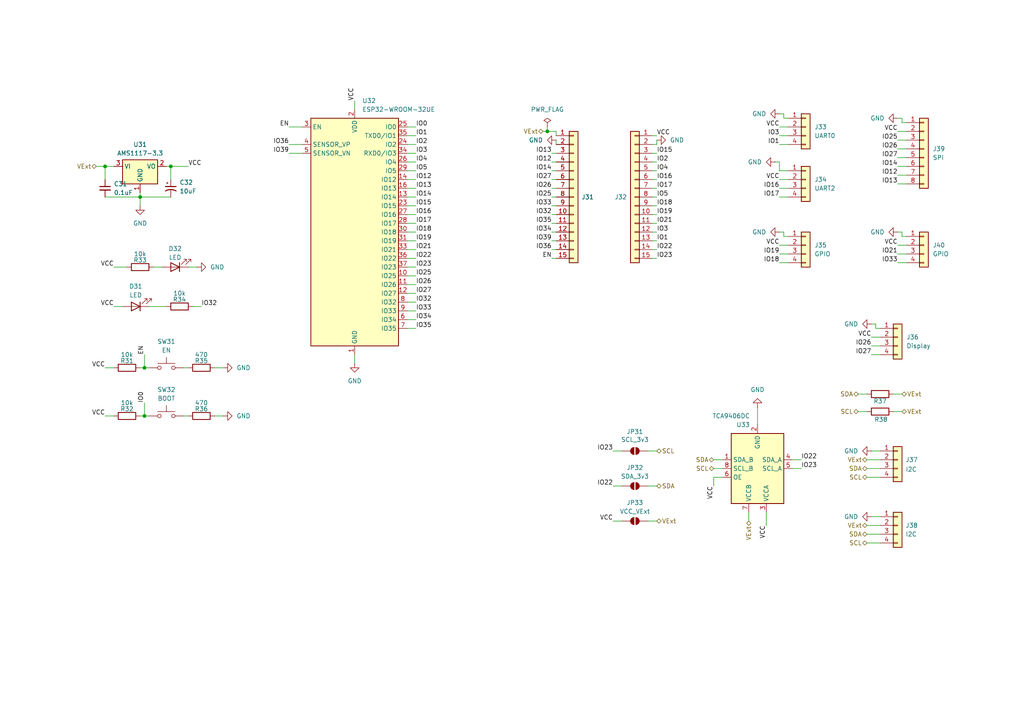
<source format=kicad_sch>
(kicad_sch (version 20231120) (generator "eeschema") (generator_version "8.0")
  (paper "A4")
  (title_block (title "I2C Relay Controler") (date "2024-03-19") (rev "2") (company "Perth Artifactory"))
  (lib_symbols
    (symbol "Connector_Generic:Conn_01x04" (pin_names (offset 1.016) hide)
      (property "Reference" "J" (at 0 5.08 0))
      (property "Value" "Conn_01x04" (at 0 -7.62 0))
      (symbol "Conn_01x04_1_1"
        (rectangle (start -1.27 -4.953) (end 0 -5.207) (stroke (width 0.1524)))
        (rectangle (start -1.27 -2.413) (end 0 -2.667) (stroke (width 0.1524)))
        (rectangle (start -1.27 0.127) (end 0 -0.127) (stroke (width 0.1524)))
        (rectangle (start -1.27 2.667) (end 0 2.413) (stroke (width 0.1524)))
        (rectangle (start -1.27 3.81) (end 1.27 -6.35) (stroke (width 0.254)) (fill (type background)))
        (pin passive line (at -5.08 2.54 0) (length 3.81) (name "Pin_1") (number "1"))
        (pin passive line (at -5.08 0 0) (length 3.81) (name "Pin_2") (number "2"))
        (pin passive line (at -5.08 -2.54 0) (length 3.81) (name "Pin_3") (number "3"))
        (pin passive line (at -5.08 -5.08 0) (length 3.81) (name "Pin_4") (number "4"))
      )
    )
    (symbol "Connector_Generic:Conn_01x08" (pin_names (offset 1.016) hide)
      (property "Reference" "J" (at 0 10.16 0))
      (property "Value" "Conn_01x08" (at 0 -12.7 0))
      (symbol "Conn_01x08_1_1"
        (rectangle (start -1.27 -10.033) (end 0 -10.287) (stroke (width 0.1524)))
        (rectangle (start -1.27 -7.493) (end 0 -7.747) (stroke (width 0.1524)))
        (rectangle (start -1.27 -4.953) (end 0 -5.207) (stroke (width 0.1524)))
        (rectangle (start -1.27 -2.413) (end 0 -2.667) (stroke (width 0.1524)))
        (rectangle (start -1.27 0.127) (end 0 -0.127) (stroke (width 0.1524)))
        (rectangle (start -1.27 2.667) (end 0 2.413) (stroke (width 0.1524)))
        (rectangle (start -1.27 5.207) (end 0 4.953) (stroke (width 0.1524)))
        (rectangle (start -1.27 7.747) (end 0 7.493) (stroke (width 0.1524)))
        (rectangle (start -1.27 8.89) (end 1.27 -11.43) (stroke (width 0.254)) (fill (type background)))
        (pin passive line (at -5.08 7.62 0) (length 3.81) (name "Pin_1") (number "1"))
        (pin passive line (at -5.08 5.08 0) (length 3.81) (name "Pin_2") (number "2"))
        (pin passive line (at -5.08 2.54 0) (length 3.81) (name "Pin_3") (number "3"))
        (pin passive line (at -5.08 0 0) (length 3.81) (name "Pin_4") (number "4"))
        (pin passive line (at -5.08 -2.54 0) (length 3.81) (name "Pin_5") (number "5"))
        (pin passive line (at -5.08 -5.08 0) (length 3.81) (name "Pin_6") (number "6"))
        (pin passive line (at -5.08 -7.62 0) (length 3.81) (name "Pin_7") (number "7"))
        (pin passive line (at -5.08 -10.16 0) (length 3.81) (name "Pin_8") (number "8"))
      )
    )
    (symbol "Connector_Generic:Conn_01x15" (pin_names (offset 1.016) hide)
      (property "Reference" "J" (at 0 20.32 0))
      (property "Value" "Conn_01x15" (at 0 -20.32 0))
      (symbol "Conn_01x15_1_1"
        (rectangle (start -1.27 -17.653) (end 0 -17.907) (stroke (width 0.1524)))
        (rectangle (start -1.27 -15.113) (end 0 -15.367) (stroke (width 0.1524)))
        (rectangle (start -1.27 -12.573) (end 0 -12.827) (stroke (width 0.1524)))
        (rectangle (start -1.27 -10.033) (end 0 -10.287) (stroke (width 0.1524)))
        (rectangle (start -1.27 -7.493) (end 0 -7.747) (stroke (width 0.1524)))
        (rectangle (start -1.27 -4.953) (end 0 -5.207) (stroke (width 0.1524)))
        (rectangle (start -1.27 -2.413) (end 0 -2.667) (stroke (width 0.1524)))
        (rectangle (start -1.27 0.127) (end 0 -0.127) (stroke (width 0.1524)))
        (rectangle (start -1.27 2.667) (end 0 2.413) (stroke (width 0.1524)))
        (rectangle (start -1.27 5.207) (end 0 4.953) (stroke (width 0.1524)))
        (rectangle (start -1.27 7.747) (end 0 7.493) (stroke (width 0.1524)))
        (rectangle (start -1.27 10.287) (end 0 10.033) (stroke (width 0.1524)))
        (rectangle (start -1.27 12.827) (end 0 12.573) (stroke (width 0.1524)))
        (rectangle (start -1.27 15.367) (end 0 15.113) (stroke (width 0.1524)))
        (rectangle (start -1.27 17.907) (end 0 17.653) (stroke (width 0.1524)))
        (rectangle (start -1.27 19.05) (end 1.27 -19.05) (stroke (width 0.254)) (fill (type background)))
        (pin passive line (at -5.08 17.78 0) (length 3.81) (name "Pin_1") (number "1"))
        (pin passive line (at -5.08 -5.08 0) (length 3.81) (name "Pin_10") (number "10"))
        (pin passive line (at -5.08 -7.62 0) (length 3.81) (name "Pin_11") (number "11"))
        (pin passive line (at -5.08 -10.16 0) (length 3.81) (name "Pin_12") (number "12"))
        (pin passive line (at -5.08 -12.7 0) (length 3.81) (name "Pin_13") (number "13"))
        (pin passive line (at -5.08 -15.24 0) (length 3.81) (name "Pin_14") (number "14"))
        (pin passive line (at -5.08 -17.78 0) (length 3.81) (name "Pin_15") (number "15"))
        (pin passive line (at -5.08 15.24 0) (length 3.81) (name "Pin_2") (number "2"))
        (pin passive line (at -5.08 12.7 0) (length 3.81) (name "Pin_3") (number "3"))
        (pin passive line (at -5.08 10.16 0) (length 3.81) (name "Pin_4") (number "4"))
        (pin passive line (at -5.08 7.62 0) (length 3.81) (name "Pin_5") (number "5"))
        (pin passive line (at -5.08 5.08 0) (length 3.81) (name "Pin_6") (number "6"))
        (pin passive line (at -5.08 2.54 0) (length 3.81) (name "Pin_7") (number "7"))
        (pin passive line (at -5.08 0 0) (length 3.81) (name "Pin_8") (number "8"))
        (pin passive line (at -5.08 -2.54 0) (length 3.81) (name "Pin_9") (number "9"))
      )
    )
    (symbol "Device:C_Polarized_Small_US" (pin_numbers hide) (pin_names (offset 0.254) hide)
      (property "Reference" "C" (at 0.254 1.778 0))
      (property "Value" "C_Polarized_Small_US" (at 0.254 -2.032 0))
      (symbol "C_Polarized_Small_US_0_1"
        (polyline (pts (xy -1.524 0.508) (xy 1.524 0.508)) (stroke (width 0.3048)))
        (polyline (pts (xy -1.27 1.524) (xy -0.762 1.524)))
        (polyline (pts (xy -1.016 1.27) (xy -1.016 1.778)))
        (arc (start 1.524 -0.762) (mid 0 -0.3734) (end -1.524 -0.762) (stroke (width 0.3048)))
      )
      (symbol "C_Polarized_Small_US_1_1"
        (pin passive line (at 0 2.54 270) (length 2.032) (name "~") (number "1"))
        (pin passive line (at 0 -2.54 90) (length 2.032) (name "~") (number "2"))
      )
    )
    (symbol "Device:C_Small" (pin_numbers hide) (pin_names (offset 0.254) hide)
      (property "Reference" "C" (at 0.254 1.778 0))
      (property "Value" "C_Small" (at 0.254 -2.032 0))
      (symbol "C_Small_0_1"
        (polyline (pts (xy -1.524 -0.508) (xy 1.524 -0.508)) (stroke (width 0.3302)))
        (polyline (pts (xy -1.524 0.508) (xy 1.524 0.508)) (stroke (width 0.3048)))
      )
      (symbol "C_Small_1_1"
        (pin passive line (at 0 2.54 270) (length 2.032) (name "~") (number "1"))
        (pin passive line (at 0 -2.54 90) (length 2.032) (name "~") (number "2"))
      )
    )
    (symbol "Device:LED" (pin_numbers hide) (pin_names (offset 1.016) hide)
      (property "Reference" "D" (at 0 2.54 0))
      (property "Value" "LED" (at 0 -2.54 0))
      (symbol "LED_0_1"
        (polyline (pts (xy -1.27 -1.27) (xy -1.27 1.27)) (stroke (width 0.254)))
        (polyline (pts (xy -1.27 0) (xy 1.27 0)))
        (polyline (pts (xy 1.27 -1.27) (xy 1.27 1.27) (xy -1.27 0) (xy 1.27 -1.27)) (stroke (width 0.254)))
        (polyline (pts (xy -3.048 -0.762) (xy -4.572 -2.286) (xy -3.81 -2.286) (xy -4.572 -2.286) (xy -4.572 -1.524)))
        (polyline (pts (xy -1.778 -0.762) (xy -3.302 -2.286) (xy -2.54 -2.286) (xy -3.302 -2.286) (xy -3.302 -1.524)))
      )
      (symbol "LED_1_1"
        (pin passive line (at -3.81 0 0) (length 2.54) (name "K") (number "1"))
        (pin passive line (at 3.81 0 180) (length 2.54) (name "A") (number "2"))
      )
    )
    (symbol "Device:R" (pin_numbers hide) (pin_names (offset 0))
      (property "Reference" "R" (at 2.032 0 90))
      (property "Value" "R" (at 0 0 90))
      (symbol "R_0_1"
        (rectangle (start -1.016 -2.54) (end 1.016 2.54) (stroke (width 0.254)))
      )
      (symbol "R_1_1"
        (pin passive line (at 0 3.81 270) (length 1.27) (name "~") (number "1"))
        (pin passive line (at 0 -3.81 90) (length 1.27) (name "~") (number "2"))
      )
    )
    (symbol "Interface:TCA9406DC"
      (property "Reference" "U" (at -7.62 11.43 0))
      (property "Value" "TCA9406DC" (at 5.08 11.43 0))
      (symbol "TCA9406DC_0_1"
        (rectangle (start -7.62 10.16) (end 7.62 -10.16) (stroke (width 0.254)) (fill (type background)))
      )
      (symbol "TCA9406DC_1_1"
        (pin bidirectional line (at 10.16 -2.54 180) (length 2.54) (name "SDA_B") (number "1"))
        (pin power_in line (at 0 -12.7 90) (length 2.54) (name "GND") (number "2"))
        (pin power_in line (at -2.54 12.7 270) (length 2.54) (name "VCCA") (number "3"))
        (pin bidirectional line (at -10.16 -2.54 0) (length 2.54) (name "SDA_A") (number "4"))
        (pin bidirectional line (at -10.16 0 0) (length 2.54) (name "SCL_A") (number "5"))
        (pin input line (at 10.16 2.54 180) (length 2.54) (name "OE") (number "6"))
        (pin power_in line (at 2.54 12.7 270) (length 2.54) (name "VCCB") (number "7"))
        (pin bidirectional line (at 10.16 0 180) (length 2.54) (name "SCL_B") (number "8"))
      )
    )
    (symbol "Jumper:SolderJumper_2_Open" (pin_numbers hide) (pin_names (offset 0) hide) (exclude_from_sim yes) (in_bom no)
      (property "Reference" "JP" (at 0 2.032 0))
      (property "Value" "SolderJumper_2_Open" (at 0 -2.54 0))
      (symbol "SolderJumper_2_Open_0_1"
        (arc (start -0.254 1.016) (mid -1.2656 0) (end -0.254 -1.016))
        (arc (start -0.254 1.016) (mid -1.2656 0) (end -0.254 -1.016) (fill (type outline)))
        (polyline (pts (xy -0.254 1.016) (xy -0.254 -1.016)))
        (polyline (pts (xy 0.254 1.016) (xy 0.254 -1.016)))
        (arc (start 0.254 -1.016) (mid 1.2656 0) (end 0.254 1.016))
        (arc (start 0.254 -1.016) (mid 1.2656 0) (end 0.254 1.016) (fill (type outline)))
      )
      (symbol "SolderJumper_2_Open_1_1"
        (pin passive line (at -3.81 0 0) (length 2.54) (name "A") (number "1"))
        (pin passive line (at 3.81 0 180) (length 2.54) (name "B") (number "2"))
      )
    )
    (symbol "RF_Module:ESP32-WROOM-32UE"
      (property "Reference" "U" (at -12.7 34.29 0))
      (property "Value" "ESP32-WROOM-32UE" (at 1.27 34.29 0))
      (symbol "ESP32-WROOM-32UE_0_1"
        (rectangle (start -12.7 33.02) (end 12.7 -33.02) (stroke (width 0.254)) (fill (type background)))
      )
      (symbol "ESP32-WROOM-32UE_1_1"
        (pin power_in line (at 0 -35.56 90) (length 2.54) (name "GND") (number "1"))
        (pin bidirectional line (at 15.24 -12.7 180) (length 2.54) (name "IO25") (number "10"))
        (pin bidirectional line (at 15.24 -15.24 180) (length 2.54) (name "IO26") (number "11"))
        (pin bidirectional line (at 15.24 -17.78 180) (length 2.54) (name "IO27") (number "12"))
        (pin bidirectional line (at 15.24 10.16 180) (length 2.54) (name "IO14") (number "13"))
        (pin bidirectional line (at 15.24 15.24 180) (length 2.54) (name "IO12") (number "14"))
        (pin passive line (at 0 -35.56 90) (length 2.54) hide (name "GND") (number "15"))
        (pin bidirectional line (at 15.24 12.7 180) (length 2.54) (name "IO13") (number "16"))
        (pin no_connect line (at -12.7 -5.08 0) (length 2.54) hide (name "NC") (number "17"))
        (pin no_connect line (at -12.7 -7.62 0) (length 2.54) hide (name "NC") (number "18"))
        (pin no_connect line (at -12.7 -12.7 0) (length 2.54) hide (name "NC") (number "19"))
        (pin power_in line (at 0 35.56 270) (length 2.54) (name "VDD") (number "2"))
        (pin no_connect line (at -12.7 -10.16 0) (length 2.54) hide (name "NC") (number "20"))
        (pin no_connect line (at -12.7 0 0) (length 2.54) hide (name "NC") (number "21"))
        (pin no_connect line (at -12.7 -2.54 0) (length 2.54) hide (name "NC") (number "22"))
        (pin bidirectional line (at 15.24 7.62 180) (length 2.54) (name "IO15") (number "23"))
        (pin bidirectional line (at 15.24 25.4 180) (length 2.54) (name "IO2") (number "24"))
        (pin bidirectional line (at 15.24 30.48 180) (length 2.54) (name "IO0") (number "25"))
        (pin bidirectional line (at 15.24 20.32 180) (length 2.54) (name "IO4") (number "26"))
        (pin bidirectional line (at 15.24 5.08 180) (length 2.54) (name "IO16") (number "27"))
        (pin bidirectional line (at 15.24 2.54 180) (length 2.54) (name "IO17") (number "28"))
        (pin bidirectional line (at 15.24 17.78 180) (length 2.54) (name "IO5") (number "29"))
        (pin input line (at -15.24 30.48 0) (length 2.54) (name "EN") (number "3"))
        (pin bidirectional line (at 15.24 0 180) (length 2.54) (name "IO18") (number "30"))
        (pin bidirectional line (at 15.24 -2.54 180) (length 2.54) (name "IO19") (number "31"))
        (pin no_connect line (at -12.7 -27.94 0) (length 2.54) hide (name "NC") (number "32"))
        (pin bidirectional line (at 15.24 -5.08 180) (length 2.54) (name "IO21") (number "33"))
        (pin bidirectional line (at 15.24 22.86 180) (length 2.54) (name "RXD0/IO3") (number "34"))
        (pin bidirectional line (at 15.24 27.94 180) (length 2.54) (name "TXD0/IO1") (number "35"))
        (pin bidirectional line (at 15.24 -7.62 180) (length 2.54) (name "IO22") (number "36"))
        (pin bidirectional line (at 15.24 -10.16 180) (length 2.54) (name "IO23") (number "37"))
        (pin passive line (at 0 -35.56 90) (length 2.54) hide (name "GND") (number "38"))
        (pin passive line (at 0 -35.56 90) (length 2.54) hide (name "GND") (number "39"))
        (pin input line (at -15.24 25.4 0) (length 2.54) (name "SENSOR_VP") (number "4"))
        (pin input line (at -15.24 22.86 0) (length 2.54) (name "SENSOR_VN") (number "5"))
        (pin input line (at 15.24 -25.4 180) (length 2.54) (name "IO34") (number "6"))
        (pin input line (at 15.24 -27.94 180) (length 2.54) (name "IO35") (number "7"))
        (pin bidirectional line (at 15.24 -20.32 180) (length 2.54) (name "IO32") (number "8"))
        (pin bidirectional line (at 15.24 -22.86 180) (length 2.54) (name "IO33") (number "9"))
      )
    )
    (symbol "Regulator_Linear:AMS1117-3.3"
      (property "Reference" "U" (at -3.81 3.175 0))
      (property "Value" "AMS1117-3.3" (at 0 3.175 0))
      (symbol "AMS1117-3.3_0_1"
        (rectangle (start -5.08 -5.08) (end 5.08 1.905) (stroke (width 0.254)) (fill (type background)))
      )
      (symbol "AMS1117-3.3_1_1"
        (pin power_in line (at 0 -7.62 90) (length 2.54) (name "GND") (number "1"))
        (pin power_out line (at 7.62 0 180) (length 2.54) (name "VO") (number "2"))
        (pin power_in line (at -7.62 0 0) (length 2.54) (name "VI") (number "3"))
      )
    )
    (symbol "Switch:SW_Push" (pin_numbers hide) (pin_names (offset 1.016) hide)
      (property "Reference" "SW" (at 1.27 2.54 0))
      (property "Value" "SW_Push" (at 0 -1.524 0))
      (symbol "SW_Push_0_1"
        (circle (center -2.032 0) (radius 0.508))
        (polyline (pts (xy 0 1.27) (xy 0 3.048)))
        (polyline (pts (xy 2.54 1.27) (xy -2.54 1.27)))
        (circle (center 2.032 0) (radius 0.508))
        (pin passive line (at -5.08 0 0) (length 2.54) (name "1") (number "1"))
        (pin passive line (at 5.08 0 180) (length 2.54) (name "2") (number "2"))
      )
    )
    (symbol "power:GND" (power) (pin_numbers hide) (pin_names (offset 0) hide)
      (property "Value" "GND" (at 0 -3.81 0))
      (symbol "GND_0_1"
        (polyline (pts (xy 0 0) (xy 0 -1.27) (xy 1.27 -1.27) (xy 0 -2.54) (xy -1.27 -1.27) (xy 0 -1.27)))
      )
      (symbol "GND_1_1"
        (pin power_in line (at 0 0 270) (length 0) (name "~") (number "1"))
      )
    )
    (symbol "power:PWR_FLAG" (power) (pin_numbers hide) (pin_names (offset 0) hide)
      (property "Value" "PWR_FLAG" (at 0 3.81 0))
      (symbol "PWR_FLAG_0_0"
        (pin power_out line (at 0 0 90) (length 0) (name "~") (number "1"))
      )
      (symbol "PWR_FLAG_0_1"
        (polyline (pts (xy 0 0) (xy 0 1.27) (xy -1.016 1.905) (xy 0 2.54) (xy 1.016 1.905) (xy 0 1.27)))
      )
    )
  )
  (junction (at 158.75 38.1))
  (junction (at 40.64 57.15))
  (junction (at 49.53 48.26))
  (junction (at 41.91 120.65))
  (junction (at 41.91 106.68))
  (junction (at 30.48 48.26))
  (wire (pts (xy 187.96 140.97) (xy 190.5 140.97)))
  (wire (pts (xy 226.06 36.83) (xy 228.6 36.83)))
  (wire (pts (xy 40.64 57.15) (xy 40.64 59.69)))
  (wire (pts (xy 62.23 106.68) (xy 64.77 106.68)))
  (wire (pts (xy 255.27 157.48) (xy 251.46 157.48)))
  (wire (pts (xy 189.23 46.99) (xy 190.5 46.99)))
  (wire (pts (xy 226.06 73.66) (xy 228.6 73.66)))
  (wire (pts (xy 118.11 92.71) (xy 120.65 92.71)))
  (wire (pts (xy 55.88 88.9) (xy 58.42 88.9)))
  (wire (pts (xy 209.55 133.35) (xy 207.01 133.35)))
  (wire (pts (xy 260.35 48.26) (xy 262.89 48.26)))
  (wire (pts (xy 160.02 69.85) (xy 161.29 69.85)))
  (wire (pts (xy 118.11 90.17) (xy 120.65 90.17)))
  (wire (pts (xy 252.73 100.33) (xy 255.27 100.33)))
  (wire (pts (xy 229.87 135.89) (xy 232.41 135.89)))
  (wire (pts (xy 261.62 35.56) (xy 262.89 35.56)))
  (wire (pts (xy 261.62 34.29) (xy 261.62 35.56)))
  (wire (pts (xy 189.23 59.69) (xy 190.5 59.69)))
  (wire (pts (xy 118.11 85.09) (xy 120.65 85.09)))
  (wire (pts (xy 158.75 38.1) (xy 157.48 38.1)))
  (wire (pts (xy 118.11 80.01) (xy 120.65 80.01)))
  (wire (pts (xy 161.29 40.64) (xy 161.29 41.91)))
  (wire (pts (xy 189.23 39.37) (xy 190.5 39.37)))
  (wire (pts (xy 177.8 151.13) (xy 180.34 151.13)))
  (wire (pts (xy 226.06 76.2) (xy 228.6 76.2)))
  (wire (pts (xy 222.25 148.59) (xy 222.25 152.4)))
  (wire (pts (xy 190.5 41.91) (xy 189.23 41.91)))
  (wire (pts (xy 118.11 44.45) (xy 120.65 44.45)))
  (wire (pts (xy 226.06 41.91) (xy 228.6 41.91)))
  (wire (pts (xy 177.8 130.81) (xy 180.34 130.81)))
  (wire (pts (xy 161.29 38.1) (xy 158.75 38.1)))
  (wire (pts (xy 118.11 41.91) (xy 120.65 41.91)))
  (wire (pts (xy 160.02 72.39) (xy 161.29 72.39)))
  (wire (pts (xy 260.35 76.2) (xy 262.89 76.2)))
  (wire (pts (xy 255.27 130.81) (xy 252.73 130.81)))
  (wire (pts (xy 189.23 67.31) (xy 190.5 67.31)))
  (wire (pts (xy 40.64 55.88) (xy 40.64 57.15)))
  (wire (pts (xy 118.11 52.07) (xy 120.65 52.07)))
  (wire (pts (xy 40.64 120.65) (xy 41.91 120.65)))
  (wire (pts (xy 260.35 50.8) (xy 262.89 50.8)))
  (wire (pts (xy 255.27 149.86) (xy 252.73 149.86)))
  (wire (pts (xy 226.06 46.99) (xy 226.06 49.53)))
  (wire (pts (xy 251.46 152.4) (xy 255.27 152.4)))
  (wire (pts (xy 251.46 114.3) (xy 248.92 114.3)))
  (wire (pts (xy 260.35 73.66) (xy 262.89 73.66)))
  (wire (pts (xy 160.02 67.31) (xy 161.29 67.31)))
  (wire (pts (xy 260.35 71.12) (xy 262.89 71.12)))
  (wire (pts (xy 261.62 114.3) (xy 259.08 114.3)))
  (wire (pts (xy 54.61 77.47) (xy 57.15 77.47)))
  (wire (pts (xy 160.02 49.53) (xy 161.29 49.53)))
  (wire (pts (xy 261.62 68.58) (xy 262.89 68.58)))
  (wire (pts (xy 229.87 133.35) (xy 232.41 133.35)))
  (wire (pts (xy 252.73 97.79) (xy 255.27 97.79)))
  (wire (pts (xy 83.82 36.83) (xy 87.63 36.83)))
  (wire (pts (xy 227.33 68.58) (xy 228.6 68.58)))
  (wire (pts (xy 118.11 69.85) (xy 120.65 69.85)))
  (wire (pts (xy 189.23 72.39) (xy 190.5 72.39)))
  (wire (pts (xy 102.87 29.21) (xy 102.87 31.75)))
  (wire (pts (xy 30.48 48.26) (xy 30.48 52.07)))
  (wire (pts (xy 217.17 148.59) (xy 217.17 151.13)))
  (wire (pts (xy 53.34 106.68) (xy 54.61 106.68)))
  (wire (pts (xy 260.35 40.64) (xy 262.89 40.64)))
  (wire (pts (xy 260.35 53.34) (xy 262.89 53.34)))
  (wire (pts (xy 41.91 102.87) (xy 41.91 106.68)))
  (wire (pts (xy 118.11 36.83) (xy 120.65 36.83)))
  (wire (pts (xy 255.27 138.43) (xy 251.46 138.43)))
  (wire (pts (xy 118.11 39.37) (xy 120.65 39.37)))
  (wire (pts (xy 49.53 48.26) (xy 54.61 48.26)))
  (wire (pts (xy 33.02 88.9) (xy 35.56 88.9)))
  (wire (pts (xy 41.91 106.68) (xy 43.18 106.68)))
  (wire (pts (xy 118.11 62.23) (xy 120.65 62.23)))
  (wire (pts (xy 251.46 119.38) (xy 248.92 119.38)))
  (wire (pts (xy 160.02 54.61) (xy 161.29 54.61)))
  (wire (pts (xy 255.27 154.94) (xy 251.46 154.94)))
  (wire (pts (xy 53.34 120.65) (xy 54.61 120.65)))
  (wire (pts (xy 48.26 48.26) (xy 49.53 48.26)))
  (wire (pts (xy 189.23 64.77) (xy 190.5 64.77)))
  (wire (pts (xy 189.23 57.15) (xy 190.5 57.15)))
  (wire (pts (xy 254 95.25) (xy 255.27 95.25)))
  (wire (pts (xy 102.87 102.87) (xy 102.87 105.41)))
  (wire (pts (xy 224.79 46.99) (xy 226.06 46.99)))
  (wire (pts (xy 189.23 62.23) (xy 190.5 62.23)))
  (wire (pts (xy 118.11 54.61) (xy 120.65 54.61)))
  (wire (pts (xy 160.02 64.77) (xy 161.29 64.77)))
  (wire (pts (xy 118.11 64.77) (xy 120.65 64.77)))
  (wire (pts (xy 226.06 49.53) (xy 228.6 49.53)))
  (wire (pts (xy 160.02 46.99) (xy 161.29 46.99)))
  (wire (pts (xy 160.02 74.93) (xy 161.29 74.93)))
  (wire (pts (xy 189.23 52.07) (xy 190.5 52.07)))
  (wire (pts (xy 118.11 72.39) (xy 120.65 72.39)))
  (wire (pts (xy 118.11 59.69) (xy 120.65 59.69)))
  (wire (pts (xy 30.48 120.65) (xy 33.02 120.65)))
  (wire (pts (xy 219.71 123.19) (xy 219.71 118.11)))
  (wire (pts (xy 190.5 40.64) (xy 190.5 41.91)))
  (wire (pts (xy 260.35 34.29) (xy 261.62 34.29)))
  (wire (pts (xy 251.46 133.35) (xy 255.27 133.35)))
  (wire (pts (xy 226.06 52.07) (xy 228.6 52.07)))
  (wire (pts (xy 160.02 52.07) (xy 161.29 52.07)))
  (wire (pts (xy 118.11 67.31) (xy 120.65 67.31)))
  (wire (pts (xy 118.11 77.47) (xy 120.65 77.47)))
  (wire (pts (xy 33.02 77.47) (xy 36.83 77.47)))
  (wire (pts (xy 226.06 33.02) (xy 227.33 33.02)))
  (wire (pts (xy 226.06 71.12) (xy 228.6 71.12)))
  (wire (pts (xy 209.55 135.89) (xy 207.01 135.89)))
  (wire (pts (xy 252.73 93.98) (xy 254 93.98)))
  (wire (pts (xy 252.73 102.87) (xy 255.27 102.87)))
  (wire (pts (xy 41.91 120.65) (xy 43.18 120.65)))
  (wire (pts (xy 259.08 119.38) (xy 261.62 119.38)))
  (wire (pts (xy 158.75 36.83) (xy 158.75 38.1)))
  (wire (pts (xy 260.35 43.18) (xy 262.89 43.18)))
  (wire (pts (xy 40.64 57.15) (xy 49.53 57.15)))
  (wire (pts (xy 187.96 151.13) (xy 190.5 151.13)))
  (wire (pts (xy 260.35 38.1) (xy 262.89 38.1)))
  (wire (pts (xy 177.8 140.97) (xy 180.34 140.97)))
  (wire (pts (xy 189.23 69.85) (xy 190.5 69.85)))
  (wire (pts (xy 226.06 67.31) (xy 227.33 67.31)))
  (wire (pts (xy 41.91 116.84) (xy 41.91 120.65)))
  (wire (pts (xy 118.11 74.93) (xy 120.65 74.93)))
  (wire (pts (xy 161.29 38.1) (xy 161.29 39.37)))
  (wire (pts (xy 160.02 44.45) (xy 161.29 44.45)))
  (wire (pts (xy 83.82 44.45) (xy 87.63 44.45)))
  (wire (pts (xy 260.35 45.72) (xy 262.89 45.72)))
  (wire (pts (xy 30.48 57.15) (xy 40.64 57.15)))
  (wire (pts (xy 226.06 39.37) (xy 228.6 39.37)))
  (wire (pts (xy 118.11 95.25) (xy 120.65 95.25)))
  (wire (pts (xy 118.11 57.15) (xy 120.65 57.15)))
  (wire (pts (xy 227.33 33.02) (xy 227.33 34.29)))
  (wire (pts (xy 227.33 34.29) (xy 228.6 34.29)))
  (wire (pts (xy 40.64 106.68) (xy 41.91 106.68)))
  (wire (pts (xy 189.23 74.93) (xy 190.5 74.93)))
  (wire (pts (xy 260.35 67.31) (xy 261.62 67.31)))
  (wire (pts (xy 160.02 59.69) (xy 161.29 59.69)))
  (wire (pts (xy 189.23 44.45) (xy 190.5 44.45)))
  (wire (pts (xy 118.11 87.63) (xy 120.65 87.63)))
  (wire (pts (xy 44.45 77.47) (xy 46.99 77.47)))
  (wire (pts (xy 226.06 57.15) (xy 228.6 57.15)))
  (wire (pts (xy 261.62 67.31) (xy 261.62 68.58)))
  (wire (pts (xy 43.18 88.9) (xy 48.26 88.9)))
  (wire (pts (xy 49.53 48.26) (xy 49.53 52.07)))
  (wire (pts (xy 30.48 106.68) (xy 33.02 106.68)))
  (wire (pts (xy 160.02 57.15) (xy 161.29 57.15)))
  (wire (pts (xy 27.94 48.26) (xy 30.48 48.26)))
  (wire (pts (xy 189.23 54.61) (xy 190.5 54.61)))
  (wire (pts (xy 226.06 54.61) (xy 228.6 54.61)))
  (wire (pts (xy 83.82 41.91) (xy 87.63 41.91)))
  (wire (pts (xy 62.23 120.65) (xy 64.77 120.65)))
  (wire (pts (xy 207.01 138.43) (xy 207.01 140.97)))
  (wire (pts (xy 227.33 67.31) (xy 227.33 68.58)))
  (wire (pts (xy 255.27 135.89) (xy 251.46 135.89)))
  (wire (pts (xy 118.11 49.53) (xy 120.65 49.53)))
  (wire (pts (xy 30.48 48.26) (xy 33.02 48.26)))
  (wire (pts (xy 187.96 130.81) (xy 190.5 130.81)))
  (wire (pts (xy 189.23 49.53) (xy 190.5 49.53)))
  (wire (pts (xy 118.11 82.55) (xy 120.65 82.55)))
  (wire (pts (xy 160.02 62.23) (xy 161.29 62.23)))
  (wire (pts (xy 209.55 138.43) (xy 207.01 138.43)))
  (wire (pts (xy 118.11 46.99) (xy 120.65 46.99)))
  (wire (pts (xy 254 93.98) (xy 254 95.25)))
  (label "IO17" (at 120.65 64.77 0))
  (label "IO26" (at 160.02 54.61 180))
  (label "VCC" (at 54.61 48.26 0))
  (label "IO2" (at 190.5 46.99 0))
  (label "IO3" (at 120.65 44.45 0))
  (label "IO22" (at 120.65 74.93 0))
  (label "VCC" (at 207.01 140.97 270))
  (label "IO1" (at 190.5 69.85 0))
  (label "IO32" (at 120.65 87.63 0))
  (label "IO33" (at 160.02 59.69 180))
  (label "IO23" (at 190.5 74.93 0))
  (label "IO12" (at 260.35 50.8 180))
  (label "IO25" (at 160.02 57.15 180))
  (label "IO15" (at 190.5 44.45 0))
  (label "IO25" (at 120.65 80.01 0))
  (label "IO0" (at 41.91 116.84 90))
  (label "IO14" (at 120.65 57.15 0))
  (label "IO39" (at 160.02 69.85 180))
  (label "IO22" (at 177.8 140.97 180))
  (label "IO34" (at 120.65 92.71 0))
  (label "IO18" (at 190.5 59.69 0))
  (label "EN" (at 160.02 74.93 180))
  (label "IO12" (at 160.02 46.99 180))
  (label "IO15" (at 120.65 59.69 0))
  (label "IO2" (at 120.65 41.91 0))
  (label "IO14" (at 160.02 49.53 180))
  (label "VCC" (at 260.35 71.12 180))
  (label "IO26" (at 260.35 43.18 180))
  (label "IO39" (at 83.82 44.45 180))
  (label "IO32" (at 160.02 62.23 180))
  (label "VCC" (at 260.35 38.1 180))
  (label "IO22" (at 232.41 133.35 0))
  (label "IO18" (at 226.06 76.2 180))
  (label "VCC" (at 226.06 36.83 180))
  (label "IO0" (at 120.65 36.83 0))
  (label "IO17" (at 190.5 54.61 0))
  (label "IO23" (at 232.41 135.89 0))
  (label "IO36" (at 83.82 41.91 180))
  (label "IO3" (at 226.06 39.37 180))
  (label "IO26" (at 120.65 82.55 0))
  (label "IO27" (at 160.02 52.07 180))
  (label "IO27" (at 252.73 102.87 180))
  (label "EN" (at 41.91 102.87 90))
  (label "VCC" (at 33.02 88.9 180))
  (label "IO35" (at 120.65 95.25 0))
  (label "IO34" (at 160.02 67.31 180))
  (label "IO21" (at 190.5 64.77 0))
  (label "IO23" (at 177.8 130.81 180))
  (label "EN" (at 83.82 36.83 180))
  (label "VCC" (at 226.06 71.12 180))
  (label "IO22" (at 190.5 72.39 0))
  (label "IO19" (at 190.5 62.23 0))
  (label "IO33" (at 120.65 90.17 0))
  (label "IO3" (at 190.5 67.31 0))
  (label "VCC" (at 252.73 97.79 180))
  (label "IO13" (at 120.65 54.61 0))
  (label "IO1" (at 120.65 39.37 0))
  (label "VCC" (at 30.48 120.65 180))
  (label "IO16" (at 226.06 54.61 180))
  (label "VCC" (at 102.87 29.21 90))
  (label "IO12" (at 120.65 52.07 0))
  (label "IO27" (at 120.65 85.09 0))
  (label "IO25" (at 260.35 40.64 180))
  (label "IO32" (at 58.42 88.9 0))
  (label "IO18" (at 120.65 67.31 0))
  (label "IO4" (at 120.65 46.99 0))
  (label "IO36" (at 160.02 72.39 180))
  (label "IO1" (at 226.06 41.91 180))
  (label "IO19" (at 226.06 73.66 180))
  (label "IO5" (at 190.5 57.15 0))
  (label "IO27" (at 260.35 45.72 180))
  (label "VCC" (at 226.06 52.07 180))
  (label "IO5" (at 120.65 49.53 0))
  (label "IO13" (at 160.02 44.45 180))
  (label "IO13" (at 260.35 53.34 180))
  (label "IO33" (at 260.35 76.2 180))
  (label "VCC" (at 33.02 77.47 180))
  (label "VCC" (at 190.5 39.37 0))
  (label "IO21" (at 120.65 72.39 0))
  (label "VCC" (at 30.48 106.68 180))
  (label "IO16" (at 120.65 62.23 0))
  (label "IO16" (at 190.5 52.07 0))
  (label "VCC" (at 177.8 151.13 180))
  (label "VCC" (at 222.25 152.4 270))
  (label "IO19" (at 120.65 69.85 0))
  (label "IO17" (at 226.06 57.15 180))
  (label "IO35" (at 160.02 64.77 180))
  (label "IO14" (at 260.35 48.26 180))
  (label "IO23" (at 120.65 77.47 0))
  (label "IO26" (at 252.73 100.33 180))
  (label "IO4" (at 190.5 49.53 0))
  (label "IO21" (at 260.35 73.66 180))
  (hierarchical_label "SDA" (shape bidirectional) (at 251.46 135.89 180))
  (hierarchical_label "SCL" (shape bidirectional) (at 251.46 157.48 180))
  (hierarchical_label "SCL" (shape bidirectional) (at 207.01 135.89 180))
  (hierarchical_label "VExt" (shape bidirectional) (at 190.5 151.13 0))
  (hierarchical_label "VExt" (shape bidirectional) (at 217.17 151.13 270))
  (hierarchical_label "SDA" (shape bidirectional) (at 190.5 140.97 0))
  (hierarchical_label "SCL" (shape bidirectional) (at 251.46 138.43 180))
  (hierarchical_label "VExt" (shape bidirectional) (at 261.62 119.38 0))
  (hierarchical_label "VExt" (shape bidirectional) (at 27.94 48.26 180))
  (hierarchical_label "SCL" (shape bidirectional) (at 190.5 130.81 0))
  (hierarchical_label "SDA" (shape bidirectional) (at 248.92 114.3 180))
  (hierarchical_label "SDA" (shape bidirectional) (at 251.46 154.94 180))
  (hierarchical_label "VExt" (shape bidirectional) (at 157.48 38.1 180))
  (hierarchical_label "VExt" (shape bidirectional) (at 251.46 133.35 180))
  (hierarchical_label "VExt" (shape bidirectional) (at 251.46 152.4 180))
  (hierarchical_label "SDA" (shape bidirectional) (at 207.01 133.35 180))
  (hierarchical_label "SCL" (shape bidirectional) (at 248.92 119.38 180))
  (hierarchical_label "VExt" (shape bidirectional) (at 261.62 114.3 0))
  (symbol (lib_id "Connector_Generic:Conn_01x04") (at 260.35 133.35 0) (unit 1)
    (property "Reference" "J37" (at 262.636 133.35 0) (effects (justify left)))
    (property "Value" "I2C" (at 262.636 136.144 0) (effects (justify left)))
    (property "Footprint" "Connector_JST:JST_XH_B4B-XH-A_1x04_P2.50mm_Vertical" (effects (hide yes)))
    (property "Description" "Generic connector, single row, 01x04, script generated (kicad-library-utils/schlib/autogen/connector/)" (effects (hide yes)))
  )
  (symbol (lib_id "power:GND") (at 64.77 106.68 90) (unit 1)
    (property "Reference" "#PWR054" (effects (hide yes)))
    (property "Value" "GND" (at 68.58 106.6799 90) (effects (justify right)))
    (property "Description" "Power symbol creates a global label with name \"GND\" , ground" (effects (hide yes)))
  )
  (symbol (lib_id "Connector_Generic:Conn_01x04") (at 267.97 71.12 0) (unit 1)
    (property "Reference" "J40" (at 270.51 71.1199 0) (effects (justify left)))
    (property "Value" "GPIO" (at 270.51 73.6599 0) (effects (justify left)))
    (property "Footprint" "Connector_JST:JST_XH_B4B-XH-A_1x04_P2.50mm_Vertical" (effects (hide yes)))
    (property "Description" "Generic connector, single row, 01x04, script generated (kicad-library-utils/schlib/autogen/connector/)" (effects (hide yes)))
  )
  (symbol (lib_id "RF_Module:ESP32-WROOM-32UE") (at 102.87 67.31 0) (unit 1)
    (property "Reference" "U32" (at 105.0641 29.21 0) (effects (justify left)))
    (property "Value" "ESP32-WROOM-32UE" (at 105.0641 31.75 0) (effects (justify left)))
    (property "Footprint" "RF_Module:ESP32-WROOM-32UE" (effects (hide yes)))
    (property "Datasheet" "https://www.espressif.com/sites/default/files/documentation/esp32-wroom-32e_esp32-wroom-32ue_datasheet_en.pdf" (effects (hide yes)))
    (property "Description" "RF Module, ESP32-D0WD-V3 SoC, without PSRAM, Wi-Fi 802.11b/g/n, Bluetooth, BLE, 32-bit, 2.7-3.6V, external antenna, SMD" (effects (hide yes)))
  )
  (symbol (lib_id "Device:R") (at 36.83 106.68 90) (unit 1)
    (property "Reference" "R31" (at 36.83 104.648 90))
    (property "Value" "10k" (at 36.83 102.87 90))
    (property "Footprint" "Resistor_SMD:R_0805_2012Metric_Pad1.20x1.40mm_HandSolder" (effects (hide yes)))
    (property "Description" "Resistor" (effects (hide yes)))
  )
  (symbol (lib_id "Device:C_Small") (at 30.48 54.61 0) (unit 1)
    (property "Reference" "C31" (at 33.02 53.3463 0) (effects (justify left)))
    (property "Value" "0.1uF" (at 33.02 55.8863 0) (effects (justify left)))
    (property "Footprint" "Capacitor_SMD:C_0805_2012Metric_Pad1.18x1.45mm_HandSolder" (effects (hide yes)))
    (property "Description" "Unpolarized capacitor, small symbol" (effects (hide yes)))
  )
  (symbol (lib_id "Device:R") (at 255.27 114.3 270) (unit 1)
    (property "Reference" "R37" (at 255.27 116.332 90))
    (property "Value" "R" (effects (hide yes)))
    (property "Footprint" "Resistor_SMD:R_0805_2012Metric_Pad1.20x1.40mm_HandSolder" (effects (hide yes)))
    (property "Description" "Resistor" (effects (hide yes)))
  )
  (symbol (lib_id "Jumper:SolderJumper_2_Open") (at 184.15 151.13 0) (unit 1) (exclude_from_sim yes) (in_bom no)
    (property "Reference" "JP33" (at 184.15 145.796 0))
    (property "Value" "VCC_VExt" (at 184.15 148.336 0))
    (property "Footprint" "Jumper:SolderJumper-2_P1.3mm_Open_RoundedPad1.0x1.5mm" (effects (hide yes)))
    (property "Description" "Solder Jumper, 2-pole, open" (effects (hide yes)))
  )
  (symbol (lib_id "Regulator_Linear:AMS1117-3.3") (at 40.64 48.26 0) (unit 1)
    (property "Reference" "U31" (at 40.64 41.91 0))
    (property "Value" "AMS1117-3.3" (at 40.64 44.45 0))
    (property "Footprint" "Package_TO_SOT_SMD:SOT-223-3_TabPin2" (effects (hide yes)))
    (property "Datasheet" "http://www.advanced-monolithic.com/pdf/ds1117.pdf" (effects (hide yes)))
    (property "Description" "1A Low Dropout regulator, positive, 3.3V fixed output, SOT-223" (effects (hide yes)))
  )
  (symbol (lib_id "Connector_Generic:Conn_01x04") (at 233.68 36.83 0) (unit 1)
    (property "Reference" "J33" (at 236.22 36.8299 0) (effects (justify left)))
    (property "Value" "UART0" (at 236.22 39.3699 0) (effects (justify left)))
    (property "Footprint" "Connector_JST:JST_XH_B4B-XH-A_1x04_P2.50mm_Vertical" (effects (hide yes)))
    (property "Description" "Generic connector, single row, 01x04, script generated (kicad-library-utils/schlib/autogen/connector/)" (effects (hide yes)))
  )
  (symbol (lib_id "Device:R") (at 58.42 106.68 90) (unit 1)
    (property "Reference" "R35" (at 58.42 104.648 90))
    (property "Value" "470" (at 58.42 102.87 90))
    (property "Footprint" "Resistor_SMD:R_0805_2012Metric_Pad1.20x1.40mm_HandSolder" (effects (hide yes)))
    (property "Description" "Resistor" (effects (hide yes)))
  )
  (symbol (lib_id "power:GND") (at 260.35 67.31 270) (unit 1)
    (property "Reference" "#PWR070" (effects (hide yes)))
    (property "Value" "GND" (at 256.54 67.3099 90) (effects (justify right)))
    (property "Description" "Power symbol creates a global label with name \"GND\" , ground" (effects (hide yes)))
  )
  (symbol (lib_id "power:GND") (at 161.29 40.64 270) (unit 1)
    (property "Reference" "#PWR057" (effects (hide yes)))
    (property "Value" "GND" (at 157.48 40.6399 90) (effects (justify right)))
    (property "Description" "Power symbol creates a global label with name \"GND\" , ground" (effects (hide yes)))
  )
  (symbol (lib_id "power:GND") (at 252.73 149.86 270) (unit 1)
    (property "Reference" "#PWR068" (effects (hide yes)))
    (property "Value" "GND" (at 248.92 149.86 90) (effects (justify right)))
    (property "Description" "Power symbol creates a global label with name \"GND\" , ground" (effects (hide yes)))
  )
  (symbol (lib_id "Device:R") (at 36.83 120.65 90) (unit 1)
    (property "Reference" "R32" (at 36.83 118.618 90))
    (property "Value" "10k" (at 36.83 116.84 90))
    (property "Footprint" "Resistor_SMD:R_0805_2012Metric_Pad1.20x1.40mm_HandSolder" (effects (hide yes)))
    (property "Description" "Resistor" (effects (hide yes)))
  )
  (symbol (lib_id "Jumper:SolderJumper_2_Open") (at 184.15 130.81 0) (unit 1) (exclude_from_sim yes) (in_bom no)
    (property "Reference" "JP31" (at 184.15 125.222 0))
    (property "Value" "SCL_3v3" (at 184.15 127.508 0))
    (property "Footprint" "Jumper:SolderJumper-2_P1.3mm_Open_RoundedPad1.0x1.5mm" (effects (hide yes)))
    (property "Description" "Solder Jumper, 2-pole, open" (effects (hide yes)))
  )
  (symbol (lib_id "Interface:TCA9406DC") (at 219.71 135.89 180) (unit 1)
    (property "Reference" "U33" (at 217.5159 123.19 0) (effects (justify left)))
    (property "Value" "TCA9406DC" (at 217.5159 120.65 0) (effects (justify left)))
    (property "Footprint" "Package_SO:VSSOP-8_2.3x2mm_P0.5mm" (effects (hide yes)))
    (property "Datasheet" "www.ti.com/lit/ds/symlink/tca9406.pdf" (effects (hide yes)))
    (property "Description" "2-Bit Bidirectional 1-MHz, I2C Bus and SMBus Voltage-Level Translator With 8-kV HBM ESD" (effects (hide yes)))
  )
  (symbol (lib_id "Device:R") (at 58.42 120.65 90) (unit 1)
    (property "Reference" "R36" (at 58.42 118.618 90))
    (property "Value" "470" (at 58.42 116.84 90))
    (property "Footprint" "Resistor_SMD:R_0805_2012Metric_Pad1.20x1.40mm_HandSolder" (effects (hide yes)))
    (property "Description" "Resistor" (effects (hide yes)))
  )
  (symbol (lib_id "Device:R") (at 255.27 119.38 270) (unit 1)
    (property "Reference" "R38" (at 255.524 121.666 90))
    (property "Value" "R" (effects (hide yes)))
    (property "Footprint" "Resistor_SMD:R_0805_2012Metric_Pad1.20x1.40mm_HandSolder" (effects (hide yes)))
    (property "Description" "Resistor" (effects (hide yes)))
  )
  (symbol (lib_id "Connector_Generic:Conn_01x04") (at 233.68 52.07 0) (unit 1)
    (property "Reference" "J34" (at 236.22 52.0699 0) (effects (justify left)))
    (property "Value" "UART2" (at 236.22 54.6099 0) (effects (justify left)))
    (property "Footprint" "Connector_JST:JST_XH_B4B-XH-A_1x04_P2.50mm_Vertical" (effects (hide yes)))
    (property "Description" "Generic connector, single row, 01x04, script generated (kicad-library-utils/schlib/autogen/connector/)" (effects (hide yes)))
  )
  (symbol (lib_id "Connector_Generic:Conn_01x08") (at 267.97 43.18 0) (unit 1)
    (property "Reference" "J39" (at 270.51 43.1799 0) (effects (justify left)))
    (property "Value" "SPI" (at 270.51 45.7199 0) (effects (justify left)))
    (property "Footprint" "Connector_JST:JST_XH_B8B-XH-A_1x08_P2.50mm_Vertical" (effects (hide yes)))
    (property "Description" "Generic connector, single row, 01x08, script generated (kicad-library-utils/schlib/autogen/connector/)" (effects (hide yes)))
  )
  (symbol (lib_id "Connector_Generic:Conn_01x04") (at 233.68 71.12 0) (unit 1)
    (property "Reference" "J35" (at 236.22 71.1199 0) (effects (justify left)))
    (property "Value" "GPIO" (at 236.22 73.6599 0) (effects (justify left)))
    (property "Footprint" "Connector_JST:JST_XH_B4B-XH-A_1x04_P2.50mm_Vertical" (effects (hide yes)))
    (property "Description" "Generic connector, single row, 01x04, script generated (kicad-library-utils/schlib/autogen/connector/)" (effects (hide yes)))
  )
  (symbol (lib_id "power:GND") (at 102.87 105.41 0) (unit 1)
    (property "Reference" "#PWR056" (effects (hide yes)))
    (property "Value" "GND" (at 102.87 110.49 0))
    (property "Description" "Power symbol creates a global label with name \"GND\" , ground" (effects (hide yes)))
  )
  (symbol (lib_id "power:GND") (at 224.79 46.99 270) (unit 1)
    (property "Reference" "#PWR063" (effects (hide yes)))
    (property "Value" "GND" (at 220.98 46.9899 90) (effects (justify right)))
    (property "Description" "Power symbol creates a global label with name \"GND\" , ground" (effects (hide yes)))
  )
  (symbol (lib_id "Switch:SW_Push") (at 48.26 106.68 0) (unit 1)
    (property "Reference" "SW31" (at 48.26 99.06 0))
    (property "Value" "EN" (at 48.26 101.6 0))
    (property "Footprint" "Button_Switch_SMD:SW_Push_SPST_NO_Alps_SKRK" (effects (hide yes)))
    (property "Description" "Push button switch, generic, two pins" (effects (hide yes)))
  )
  (symbol (lib_id "power:GND") (at 260.35 34.29 270) (unit 1)
    (property "Reference" "#PWR069" (effects (hide yes)))
    (property "Value" "GND" (at 256.54 34.2899 90) (effects (justify right)))
    (property "Description" "Power symbol creates a global label with name \"GND\" , ground" (effects (hide yes)))
  )
  (symbol (lib_id "power:GND") (at 226.06 67.31 270) (unit 1)
    (property "Reference" "#PWR065" (effects (hide yes)))
    (property "Value" "GND" (at 222.25 67.3099 90) (effects (justify right)))
    (property "Description" "Power symbol creates a global label with name \"GND\" , ground" (effects (hide yes)))
  )
  (symbol (lib_id "power:GND") (at 190.5 40.64 90) (unit 1)
    (property "Reference" "#PWR061" (effects (hide yes)))
    (property "Value" "GND" (at 194.31 40.6399 90) (effects (justify right)))
    (property "Description" "Power symbol creates a global label with name \"GND\" , ground" (effects (hide yes)))
  )
  (symbol (lib_id "power:GND") (at 57.15 77.47 90) (unit 1)
    (property "Reference" "#PWR053" (effects (hide yes)))
    (property "Value" "GND" (at 60.96 77.4699 90) (effects (justify right)))
    (property "Description" "Power symbol creates a global label with name \"GND\" , ground" (effects (hide yes)))
  )
  (symbol (lib_id "power:GND") (at 252.73 130.81 270) (unit 1)
    (property "Reference" "#PWR067" (effects (hide yes)))
    (property "Value" "GND" (at 248.92 130.81 90) (effects (justify right)))
    (property "Description" "Power symbol creates a global label with name \"GND\" , ground" (effects (hide yes)))
  )
  (symbol (lib_id "Switch:SW_Push") (at 48.26 120.65 0) (unit 1)
    (property "Reference" "SW32" (at 48.26 113.03 0))
    (property "Value" "BOOT" (at 48.26 115.57 0))
    (property "Footprint" "Button_Switch_SMD:SW_Push_SPST_NO_Alps_SKRK" (effects (hide yes)))
    (property "Description" "Push button switch, generic, two pins" (effects (hide yes)))
  )
  (symbol (lib_id "Connector_Generic:Conn_01x04") (at 260.35 97.79 0) (unit 1)
    (property "Reference" "J36" (at 262.89 97.7899 0) (effects (justify left)))
    (property "Value" "Display" (at 262.89 100.3299 0) (effects (justify left)))
    (property "Footprint" "Connector_PinHeader_2.54mm:PinHeader_1x04_P2.54mm_Vertical" (effects (hide yes)))
    (property "Description" "Generic connector, single row, 01x04, script generated (kicad-library-utils/schlib/autogen/connector/)" (effects (hide yes)))
  )
  (symbol (lib_id "Connector_Generic:Conn_01x15") (at 166.37 57.15 0) (unit 1)
    (property "Reference" "J31" (at 168.656 57.15 0) (effects (justify left)))
    (property "Value" "Conn_01x15" (effects (hide yes)))
    (property "Footprint" "Connector_PinHeader_2.54mm:PinHeader_1x15_P2.54mm_Vertical" (effects (hide yes)))
    (property "Description" "Generic connector, single row, 01x15, script generated (kicad-library-utils/schlib/autogen/connector/)" (effects (hide yes)))
  )
  (symbol (lib_id "Connector_Generic:Conn_01x15") (at 184.15 57.15 0) (mirror y) (unit 1)
    (property "Reference" "J32" (at 181.864 57.15 0) (effects (justify left)))
    (property "Value" "Conn_01x15" (effects (hide yes)))
    (property "Footprint" "Connector_PinHeader_2.54mm:PinHeader_1x15_P2.54mm_Vertical" (effects (hide yes)))
    (property "Description" "Generic connector, single row, 01x15, script generated (kicad-library-utils/schlib/autogen/connector/)" (effects (hide yes)))
  )
  (symbol (lib_id "Device:LED") (at 39.37 88.9 180) (unit 1)
    (property "Reference" "D31" (at 39.37 83.058 0))
    (property "Value" "LED" (at 39.37 85.598 0))
    (property "Footprint" "LED_SMD:LED_0805_2012Metric_Pad1.15x1.40mm_HandSolder" (effects (hide yes)))
    (property "Description" "Light emitting diode" (effects (hide yes)))
  )
  (symbol (lib_id "Device:LED") (at 50.8 77.47 180) (unit 1)
    (property "Reference" "D32" (at 50.8 72.136 0))
    (property "Value" "LED" (at 50.8 74.676 0))
    (property "Footprint" "LED_SMD:LED_0805_2012Metric_Pad1.15x1.40mm_HandSolder" (effects (hide yes)))
    (property "Description" "Light emitting diode" (effects (hide yes)))
  )
  (symbol (lib_id "Connector_Generic:Conn_01x04") (at 260.35 152.4 0) (unit 1)
    (property "Reference" "J38" (at 262.636 152.4 0) (effects (justify left)))
    (property "Value" "I2C" (at 262.636 154.94 0) (effects (justify left)))
    (property "Footprint" "Connector_JST:JST_XH_B4B-XH-A_1x04_P2.50mm_Vertical" (effects (hide yes)))
    (property "Description" "Generic connector, single row, 01x04, script generated (kicad-library-utils/schlib/autogen/connector/)" (effects (hide yes)))
  )
  (symbol (lib_id "power:GND") (at 226.06 33.02 270) (unit 1)
    (property "Reference" "#PWR064" (effects (hide yes)))
    (property "Value" "GND" (at 222.25 33.0199 90) (effects (justify right)))
    (property "Description" "Power symbol creates a global label with name \"GND\" , ground" (effects (hide yes)))
  )
  (symbol (lib_id "Jumper:SolderJumper_2_Open") (at 184.15 140.97 0) (unit 1) (exclude_from_sim yes) (in_bom no)
    (property "Reference" "JP32" (at 184.15 135.636 0))
    (property "Value" "SDA_3v3" (at 184.15 138.176 0))
    (property "Footprint" "Jumper:SolderJumper-2_P1.3mm_Open_RoundedPad1.0x1.5mm" (effects (hide yes)))
    (property "Description" "Solder Jumper, 2-pole, open" (effects (hide yes)))
  )
  (symbol (lib_id "Device:C_Polarized_Small_US") (at 49.53 54.61 0) (unit 1)
    (property "Reference" "C32" (at 52.07 52.9082 0) (effects (justify left)))
    (property "Value" "10uF" (at 52.07 55.4482 0) (effects (justify left)))
    (property "Footprint" "Capacitor_SMD:C_0805_2012Metric_Pad1.18x1.45mm_HandSolder" (effects (hide yes)))
    (property "Description" "Polarized capacitor, small US symbol" (effects (hide yes)))
  )
  (symbol (lib_id "power:GND") (at 219.71 118.11 0) (mirror x) (unit 1)
    (property "Reference" "#PWR062" (effects (hide yes)))
    (property "Value" "GND" (at 219.71 113.03 0))
    (property "Description" "Power symbol creates a global label with name \"GND\" , ground" (effects (hide yes)))
  )
  (symbol (lib_id "power:GND") (at 252.73 93.98 270) (unit 1)
    (property "Reference" "#PWR066" (effects (hide yes)))
    (property "Value" "GND" (at 248.92 93.9799 90) (effects (justify right)))
    (property "Description" "Power symbol creates a global label with name \"GND\" , ground" (effects (hide yes)))
  )
  (symbol (lib_id "Device:R") (at 52.07 88.9 90) (unit 1)
    (property "Reference" "R34" (at 52.07 86.868 90))
    (property "Value" "10k" (at 52.07 85.09 90))
    (property "Footprint" "Resistor_SMD:R_0805_2012Metric_Pad1.20x1.40mm_HandSolder" (effects (hide yes)))
    (property "Description" "Resistor" (effects (hide yes)))
  )
  (symbol (lib_id "Device:R") (at 40.64 77.47 90) (unit 1)
    (property "Reference" "R33" (at 40.64 75.438 90))
    (property "Value" "10k" (at 40.64 73.66 90))
    (property "Footprint" "Resistor_SMD:R_0805_2012Metric_Pad1.20x1.40mm_HandSolder" (effects (hide yes)))
    (property "Description" "Resistor" (effects (hide yes)))
  )
  (symbol (lib_id "power:GND") (at 64.77 120.65 90) (unit 1)
    (property "Reference" "#PWR055" (effects (hide yes)))
    (property "Value" "GND" (at 68.58 120.6499 90) (effects (justify right)))
    (property "Description" "Power symbol creates a global label with name \"GND\" , ground" (effects (hide yes)))
  )
  (symbol (lib_id "power:GND") (at 40.64 59.69 0) (unit 1)
    (property "Reference" "#PWR047" (effects (hide yes)))
    (property "Value" "GND" (at 40.64 64.77 0))
    (property "Description" "Power symbol creates a global label with name \"GND\" , ground" (effects (hide yes)))
  )
  (symbol (lib_id "power:PWR_FLAG") (at 158.75 36.83 0) (unit 1)
    (property "Reference" "#FLG033" (effects (hide yes)))
    (property "Value" "PWR_FLAG" (at 158.75 31.75 0))
    (property "Description" "Special symbol for telling ERC where power comes from" (effects (hide yes)))
  )
)
</source>
